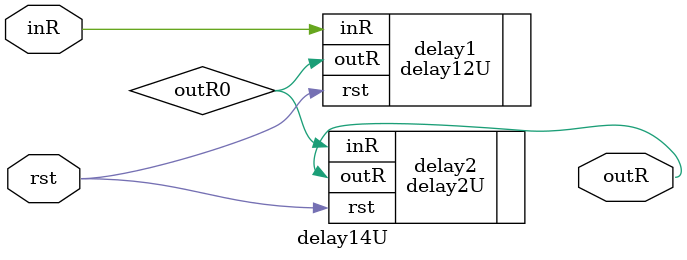
<source format=v>
`timescale 1ns / 1ps

module delay14U(inR, outR, rst);
input inR, rst;
output outR;

wire outR0;


delay12U delay1(.inR(inR  ), .outR(outR0), .rst(rst));
delay2U delay2(.inR(outR0), .outR(outR ), .rst(rst));
endmodule


</source>
